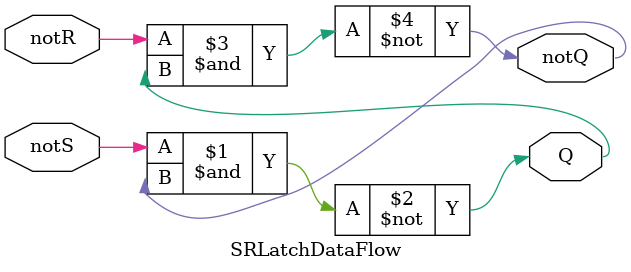
<source format=v>
module SRLatchDataFlow(notS, notR, Q, notQ);

input notS, notR;
output Q, notQ;

assign Q = ~(notS & notQ);
assign notQ = ~(notR & Q);


endmodule
</source>
